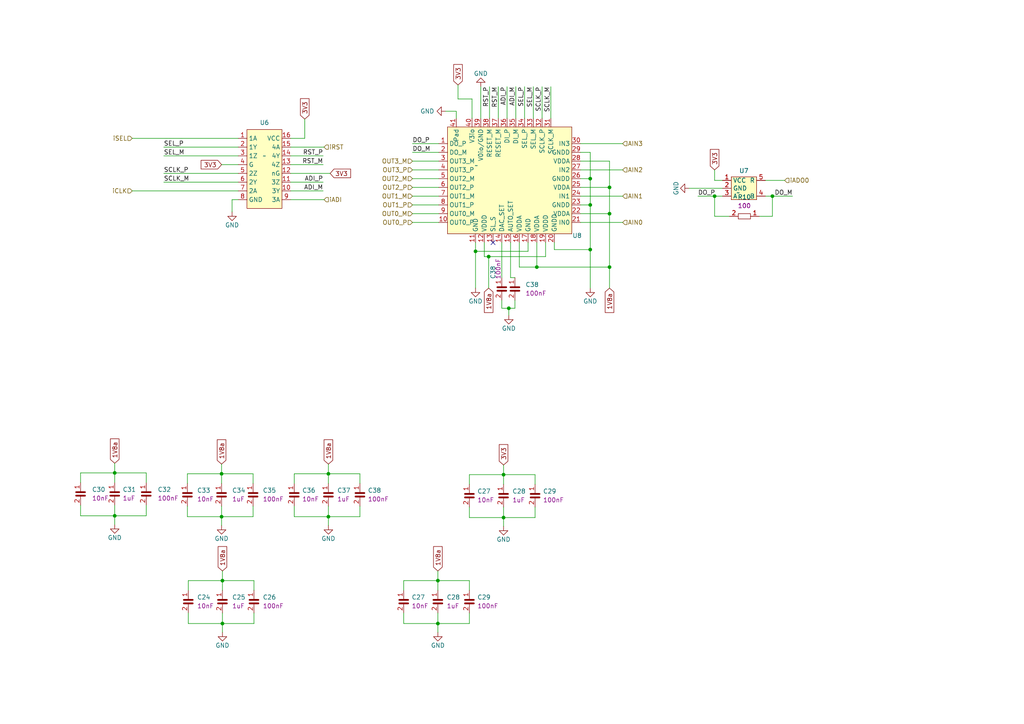
<source format=kicad_sch>
(kicad_sch (version 20230121) (generator eeschema)
  (paper "A4")
  (lib_symbols
    (symbol "Jojos_Lib:AWAGS"
      (property "Reference" "U" (at 29.21 -20.32 0))
      (symbol "AWAGS_1_1"
        (rectangle (start -8.382 11.176) (end 27.686 -19.812) (fill (type background)))
        (pin output line (at -10.922 6.35 0) (length 2.54) (name "DO_P") (number "1"))
        (pin output line (at -10.922 -16.51 0) (length 2.54) (name "OUT0_P") (number "10"))
        (pin power_in line (at -0.254 -22.352 90) (length 2.54) (name "GND") (number "11"))
        (pin power_in line (at 2.286 -22.352 90) (length 2.54) (name "VDDD") (number "12"))
        (pin passive line (at 4.826 -22.352 90) (length 2.54) (name "SL_S") (number "13"))
        (pin passive line (at 7.366 -22.352 90) (length 2.54) (name "DAC_SET") (number "14"))
        (pin passive line (at 9.906 -22.352 90) (length 2.54) (name "AUTO_SET") (number "15"))
        (pin power_in line (at 12.446 -22.352 90) (length 2.54) (name "VDDA") (number "16"))
        (pin power_in line (at 14.986 -22.352 90) (length 2.54) (name "GND") (number "17"))
        (pin power_in line (at 17.526 -22.352 90) (length 2.54) (name "VDDA") (number "18"))
        (pin power_in line (at 20.066 -22.352 90) (length 2.54) (name "VDDD") (number "19"))
        (pin output line (at -10.922 3.81 0) (length 2.54) (name "DO_M") (number "2"))
        (pin power_in line (at 22.606 -22.352 90) (length 2.54) (name "GNDD") (number "20"))
        (pin input line (at 30.226 -16.51 180) (length 2.54) (name "IN0") (number "21"))
        (pin power_in line (at 30.226 -13.97 180) (length 2.54) (name "VDDA") (number "22"))
        (pin power_in line (at 30.226 -11.43 180) (length 2.54) (name "GNDD") (number "23"))
        (pin input line (at 30.226 -8.89 180) (length 2.54) (name "IN1") (number "24"))
        (pin power_in line (at 30.226 -6.35 180) (length 2.54) (name "VDDA") (number "25"))
        (pin power_in line (at 30.226 -3.81 180) (length 2.54) (name "GNDD") (number "26"))
        (pin input line (at 30.226 -1.27 180) (length 2.54) (name "IN2") (number "27"))
        (pin power_in line (at 30.226 1.27 180) (length 2.54) (name "VDDA") (number "28"))
        (pin power_in line (at 30.226 3.81 180) (length 2.54) (name "GNDD") (number "29"))
        (pin output line (at -10.922 1.27 0) (length 2.54) (name "OUT3_M") (number "3"))
        (pin input line (at 30.226 6.35 180) (length 2.54) (name "IN3") (number "30"))
        (pin input line (at 21.59 13.716 270) (length 2.54) (name "SCLK_M") (number "31"))
        (pin input line (at 19.05 13.716 270) (length 2.54) (name "SCLK_P") (number "32"))
        (pin input line (at 16.51 13.716 270) (length 2.54) (name "SEL_M") (number "33"))
        (pin input line (at 13.97 13.716 270) (length 2.54) (name "SEL_P") (number "34"))
        (pin input line (at 11.43 13.716 270) (length 2.54) (name "DI_M") (number "35"))
        (pin input line (at 8.89 13.716 270) (length 2.54) (name "DI_P") (number "36"))
        (pin input line (at 6.35 13.716 270) (length 2.54) (name "RESET_M") (number "37"))
        (pin input line (at 3.81 13.716 270) (length 2.54) (name "RESET_M") (number "38"))
        (pin power_in line (at 1.27 13.716 270) (length 2.54) (name "V0io/GND") (number "39"))
        (pin output line (at -10.922 -1.27 0) (length 2.54) (name "OUT3_P") (number "4"))
        (pin power_in line (at -1.27 13.716 270) (length 2.54) (name "V3io") (number "40"))
        (pin passive line (at -5.842 13.716 270) (length 2.54) (name "Pad") (number "41"))
        (pin output line (at -10.922 -3.81 0) (length 2.54) (name "OUT2_M") (number "5"))
        (pin output line (at -10.922 -6.35 0) (length 2.54) (name "OUT2_P") (number "6"))
        (pin output line (at -10.922 -8.89 0) (length 2.54) (name "OUT1_M") (number "7"))
        (pin output line (at -10.922 -11.43 0) (length 2.54) (name "OUT1_P") (number "8"))
        (pin output line (at -10.922 -13.97 0) (length 2.54) (name "OUT0_M") (number "9"))
      )
    )
    (symbol "Jojos_Lib:C0402_100nF_50V" (pin_names (offset 1.016))
      (property "Reference" "C" (at -3.81 0 90))
      (property "Val" "100nF" (at 3.81 0 90))
      (symbol "C0402_100nF_50V_1_1"
        (polyline (pts (xy -1.27 -0.508) (xy 1.27 -0.508)) (stroke (width 0.508)))
        (polyline (pts (xy -1.27 0.508) (xy 1.27 0.508)) (stroke (width 0.508)))
        (pin passive line (at 0 3.302 270) (length 2.54) (name "~") (number "1"))
        (pin passive line (at 0 -3.302 90) (length 2.54) (name "~") (number "2"))
      )
    )
    (symbol "Jojos_Lib:C0402_10nF_16V" (pin_names (offset 1.016))
      (property "Reference" "C" (at -3.81 0 90))
      (property "Val" "10nF" (at 3.81 0 90))
      (symbol "C0402_10nF_16V_1_1"
        (polyline (pts (xy -1.27 -0.508) (xy 1.27 -0.508)) (stroke (width 0.508)))
        (polyline (pts (xy -1.27 0.508) (xy 1.27 0.508)) (stroke (width 0.508)))
        (pin passive line (at 0 3.302 270) (length 2.54) (name "~") (number "1"))
        (pin passive line (at 0 -3.302 90) (length 2.54) (name "~") (number "2"))
      )
    )
    (symbol "Jojos_Lib:C0402_1uF_6.3V" (pin_names (offset 1.016))
      (property "Reference" "C" (at -2.794 -0.254 90))
      (property "Val" "1uF" (at 3.048 -0.508 90))
      (symbol "C0402_1uF_6.3V_1_1"
        (polyline (pts (xy -1.27 -0.762) (xy 1.27 -0.762)) (stroke (width 0.508)))
        (polyline (pts (xy -1.27 0.254) (xy 1.27 0.254)) (stroke (width 0.508)))
        (pin passive line (at 0 3.048 270) (length 2.54) (name "~") (number "1"))
        (pin passive line (at 0 -3.556 90) (length 2.54) (name "~") (number "2"))
      )
    )
    (symbol "Jojos_Lib:R0402_100" (pin_names (offset 0.762))
      (property "Reference" "R" (at -0.635 2.54 0))
      (property "Val" "100" (at 0 -2.54 0))
      (symbol "R0402_100_0_1"
        (polyline (pts (xy -1.778 0.762) (xy 1.778 0.762) (xy 1.778 -0.762) (xy -1.778 -0.762) (xy -1.778 0.762)) (stroke (width 0.1524)))
      )
      (symbol "R0402_100_1_0"
        (pin passive line (at -4.318 0 0) (length 2.54) (name "~") (number "1"))
        (pin passive line (at 4.318 0 180) (length 2.54) (name "~") (number "2"))
      )
    )
    (symbol "Jojos_Lib:SN65LVDS2DBVR"
      (property "Reference" "U" (at 1.778 7.874 0))
      (symbol "SN65LVDS2DBVR_1_1"
        (rectangle (start -2.032 4.572) (end 5.334 -2.032) (fill (type background)))
        (pin power_in line (at -4.572 3.556 0) (length 2.54) (name "VCC") (number "1"))
        (pin power_in line (at -4.572 1.27 0) (length 2.54) (name "GND") (number "2"))
        (pin input line (at -4.572 -1.016 0) (length 2.54) (name "A") (number "3"))
        (pin input line (at 7.874 -1.016 180) (length 2.54) (name "B") (number "4"))
        (pin output line (at 7.874 3.556 180) (length 2.54) (name "R") (number "5"))
      )
    )
    (symbol "Jojos_Lib:SN65LVDS31PW"
      (property "Reference" "U" (at 0 0 0))
      (symbol "SN65LVDS31PW_1_1"
        (rectangle (start -5.08 7.62) (end 5.08 -15.24) (fill (type background)))
        (pin input line (at -7.62 5.08 0) (length 2.54) (name "1A") (number "1"))
        (pin output line (at 7.62 -10.16 180) (length 2.54) (name "3Y") (number "10"))
        (pin output line (at 7.62 -7.62 180) (length 2.54) (name "3Z") (number "11"))
        (pin input line (at 7.62 -5.08 180) (length 2.54) (name "nG") (number "12"))
        (pin output line (at 7.62 -2.54 180) (length 2.54) (name "4Z") (number "13"))
        (pin output line (at 7.62 0 180) (length 2.54) (name "4Y") (number "14"))
        (pin input line (at 7.62 2.54 180) (length 2.54) (name "4A") (number "15"))
        (pin power_in line (at 7.62 5.08 180) (length 2.54) (name "VCC") (number "16"))
        (pin output line (at -7.62 2.54 0) (length 2.54) (name "1Y") (number "2"))
        (pin output line (at -7.62 0 0) (length 2.54) (name "1Z") (number "3"))
        (pin input line (at -7.62 -2.54 0) (length 2.54) (name "G") (number "4"))
        (pin output line (at -7.62 -5.08 0) (length 2.54) (name "2Z") (number "5"))
        (pin output line (at -7.62 -7.62 0) (length 2.54) (name "2Y") (number "6"))
        (pin input line (at -7.62 -10.16 0) (length 2.54) (name "2A") (number "7"))
        (pin power_in line (at -7.62 -12.7 0) (length 2.54) (name "GND") (number "8"))
        (pin input line (at 7.62 -12.7 180) (length 2.54) (name "3A") (number "9"))
      )
    )
    (symbol "power:GND" (power) (pin_names (offset 0))
      (property "Value" "GND" (at 0 -3.81 0))
      (symbol "GND_0_1"
        (polyline (pts (xy 0 0) (xy 0 -1.27) (xy 1.27 -1.27) (xy 0 -2.54) (xy -1.27 -1.27) (xy 0 -1.27)))
      )
      (symbol "GND_1_1"
        (pin power_in line (at 0 0 270) (length 0) hide (name "GND") (number "1"))
      )
    )
  )
  (junction (at 171.196 72.39))
  (junction (at 127 168.402))
  (junction (at 176.784 77.47))
  (junction (at 64.262 149.86))
  (junction (at 137.922 72.898))
  (junction (at 33.274 137.16))
  (junction (at 141.732 74.422))
  (junction (at 207.264 56.896))
  (junction (at 127 180.848))
  (junction (at 64.516 180.848))
  (junction (at 171.196 59.436))
  (junction (at 176.784 54.356))
  (junction (at 95.25 149.86))
  (junction (at 176.784 61.976))
  (junction (at 155.702 77.47))
  (junction (at 146.05 137.668))
  (junction (at 224.028 56.896))
  (junction (at 95.25 137.414))
  (junction (at 64.262 137.414))
  (junction (at 171.196 51.816))
  (junction (at 147.574 89.408))
  (junction (at 146.05 150.114))
  (junction (at 64.516 168.402))
  (junction (at 33.274 149.606))
  (no_connect (at 143.002 70.358))
  (wire (pts (xy 119.634 51.816) (xy 127.254 51.816)))
  (wire (pts (xy 84.328 50.292) (xy 95.758 50.292)))
  (wire (pts (xy 149.606 34.29) (xy 149.606 25.146)))
  (wire (pts (xy 33.274 149.606) (xy 33.274 146.558)))
  (wire (pts (xy 127 180.848) (xy 127 177.8)))
  (wire (pts (xy 69.088 40.132) (xy 38.354 40.132)))
  (wire (pts (xy 137.922 72.898) (xy 137.922 70.358)))
  (wire (pts (xy 104.394 137.414) (xy 95.25 137.414)))
  (wire (pts (xy 153.162 72.898) (xy 137.922 72.898)))
  (wire (pts (xy 23.368 137.16) (xy 33.274 137.16)))
  (wire (pts (xy 23.368 146.558) (xy 23.368 149.606)))
  (wire (pts (xy 117.094 177.8) (xy 117.094 180.848)))
  (wire (pts (xy 119.634 61.976) (xy 127.254 61.976)))
  (wire (pts (xy 137.922 72.898) (xy 137.922 83.566)))
  (wire (pts (xy 207.264 56.896) (xy 209.55 56.896)))
  (wire (pts (xy 168.402 44.196) (xy 171.196 44.196)))
  (wire (pts (xy 176.784 77.47) (xy 176.784 83.566)))
  (wire (pts (xy 127 168.402) (xy 127 171.196)))
  (wire (pts (xy 64.516 168.402) (xy 64.516 171.196)))
  (wire (pts (xy 85.344 140.208) (xy 85.344 137.414)))
  (wire (pts (xy 33.274 137.16) (xy 33.274 139.954)))
  (wire (pts (xy 136.906 34.29) (xy 136.906 28.702)))
  (wire (pts (xy 54.356 137.414) (xy 64.262 137.414)))
  (wire (pts (xy 85.344 146.812) (xy 85.344 149.86)))
  (wire (pts (xy 64.262 47.752) (xy 69.088 47.752)))
  (wire (pts (xy 220.218 62.738) (xy 224.028 62.738)))
  (wire (pts (xy 141.732 74.422) (xy 141.732 83.566)))
  (wire (pts (xy 154.686 25.146) (xy 154.686 34.29)))
  (wire (pts (xy 64.262 134.62) (xy 64.262 137.414)))
  (wire (pts (xy 207.264 62.738) (xy 211.582 62.738)))
  (wire (pts (xy 202.438 56.896) (xy 207.264 56.896)))
  (wire (pts (xy 136.144 168.402) (xy 127 168.402)))
  (wire (pts (xy 146.05 150.114) (xy 146.05 152.654)))
  (wire (pts (xy 64.262 149.86) (xy 73.406 149.86)))
  (wire (pts (xy 144.526 25.146) (xy 144.526 34.29)))
  (wire (pts (xy 47.498 50.292) (xy 69.088 50.292)))
  (wire (pts (xy 95.25 149.86) (xy 104.394 149.86)))
  (wire (pts (xy 95.25 134.62) (xy 95.25 137.414)))
  (wire (pts (xy 158.242 70.358) (xy 158.242 74.422)))
  (wire (pts (xy 54.356 149.86) (xy 64.262 149.86)))
  (wire (pts (xy 84.328 47.752) (xy 93.726 47.752)))
  (wire (pts (xy 140.462 74.422) (xy 140.462 70.358)))
  (wire (pts (xy 129.286 32.258) (xy 132.334 32.258)))
  (wire (pts (xy 147.574 89.408) (xy 149.352 89.408)))
  (wire (pts (xy 207.264 49.276) (xy 207.264 52.324)))
  (wire (pts (xy 155.194 140.462) (xy 155.194 137.668)))
  (wire (pts (xy 47.498 45.212) (xy 69.088 45.212)))
  (wire (pts (xy 73.66 168.402) (xy 64.516 168.402)))
  (wire (pts (xy 67.31 57.912) (xy 67.31 61.468)))
  (wire (pts (xy 73.406 149.86) (xy 73.406 146.812)))
  (wire (pts (xy 119.634 59.436) (xy 127.254 59.436)))
  (wire (pts (xy 176.784 77.47) (xy 176.784 61.976)))
  (wire (pts (xy 54.356 140.208) (xy 54.356 137.414)))
  (wire (pts (xy 33.274 149.606) (xy 33.274 152.146)))
  (wire (pts (xy 146.05 150.114) (xy 155.194 150.114)))
  (wire (pts (xy 23.368 139.954) (xy 23.368 137.16)))
  (wire (pts (xy 69.088 57.912) (xy 67.31 57.912)))
  (wire (pts (xy 47.498 42.672) (xy 69.088 42.672)))
  (wire (pts (xy 84.328 40.132) (xy 88.392 40.132)))
  (wire (pts (xy 54.356 146.812) (xy 54.356 149.86)))
  (wire (pts (xy 54.61 171.196) (xy 54.61 168.402)))
  (wire (pts (xy 224.028 62.738) (xy 224.028 56.896)))
  (wire (pts (xy 155.194 150.114) (xy 155.194 147.066)))
  (wire (pts (xy 117.094 168.402) (xy 127 168.402)))
  (wire (pts (xy 159.766 25.146) (xy 159.766 34.29)))
  (wire (pts (xy 145.542 89.408) (xy 147.574 89.408)))
  (wire (pts (xy 141.732 74.422) (xy 158.242 74.422)))
  (wire (pts (xy 176.784 54.356) (xy 176.784 61.976)))
  (wire (pts (xy 93.98 42.672) (xy 84.328 42.672)))
  (wire (pts (xy 176.784 54.356) (xy 168.402 54.356)))
  (wire (pts (xy 84.328 55.372) (xy 93.726 55.372)))
  (wire (pts (xy 119.634 49.276) (xy 127.254 49.276)))
  (wire (pts (xy 119.634 54.356) (xy 127.254 54.356)))
  (wire (pts (xy 168.402 49.276) (xy 180.594 49.276)))
  (wire (pts (xy 136.144 171.196) (xy 136.144 168.402)))
  (wire (pts (xy 127 180.848) (xy 127 183.388)))
  (wire (pts (xy 38.354 55.372) (xy 69.088 55.372)))
  (wire (pts (xy 171.196 51.816) (xy 171.196 59.436)))
  (wire (pts (xy 221.996 52.324) (xy 227.584 52.324)))
  (wire (pts (xy 176.784 46.736) (xy 176.784 54.356)))
  (wire (pts (xy 54.61 180.848) (xy 64.516 180.848)))
  (wire (pts (xy 171.196 72.39) (xy 171.196 83.566)))
  (wire (pts (xy 95.25 149.86) (xy 95.25 152.4)))
  (wire (pts (xy 84.328 52.832) (xy 93.726 52.832)))
  (wire (pts (xy 146.05 137.668) (xy 146.05 140.462)))
  (wire (pts (xy 119.634 56.896) (xy 127.254 56.896)))
  (wire (pts (xy 207.264 56.896) (xy 207.264 62.738)))
  (wire (pts (xy 119.634 46.736) (xy 127.254 46.736)))
  (wire (pts (xy 73.406 140.208) (xy 73.406 137.414)))
  (wire (pts (xy 146.05 134.874) (xy 146.05 137.668)))
  (wire (pts (xy 132.842 24.638) (xy 132.842 28.702)))
  (wire (pts (xy 73.66 180.848) (xy 73.66 177.8)))
  (wire (pts (xy 136.144 180.848) (xy 136.144 177.8)))
  (wire (pts (xy 171.196 72.39) (xy 160.782 72.39)))
  (wire (pts (xy 127 165.608) (xy 127 168.402)))
  (wire (pts (xy 64.516 180.848) (xy 64.516 177.8)))
  (wire (pts (xy 168.402 56.896) (xy 180.594 56.896)))
  (wire (pts (xy 136.144 140.462) (xy 136.144 137.668)))
  (wire (pts (xy 95.25 137.414) (xy 95.25 140.208)))
  (wire (pts (xy 229.87 56.896) (xy 224.028 56.896)))
  (wire (pts (xy 199.898 54.61) (xy 209.55 54.61)))
  (wire (pts (xy 149.352 89.408) (xy 149.352 87.122)))
  (wire (pts (xy 117.094 180.848) (xy 127 180.848)))
  (wire (pts (xy 136.906 28.702) (xy 132.842 28.702)))
  (wire (pts (xy 148.082 70.358) (xy 148.082 80.518)))
  (wire (pts (xy 119.634 64.516) (xy 127.254 64.516)))
  (wire (pts (xy 147.066 25.146) (xy 147.066 34.29)))
  (wire (pts (xy 93.98 57.912) (xy 84.328 57.912)))
  (wire (pts (xy 141.986 34.29) (xy 141.986 25.146)))
  (wire (pts (xy 64.262 137.414) (xy 64.262 140.208)))
  (wire (pts (xy 224.028 56.896) (xy 221.996 56.896)))
  (wire (pts (xy 168.402 41.656) (xy 180.594 41.656)))
  (wire (pts (xy 119.634 41.656) (xy 127.254 41.656)))
  (wire (pts (xy 85.344 149.86) (xy 95.25 149.86)))
  (wire (pts (xy 132.334 34.29) (xy 132.334 32.258)))
  (wire (pts (xy 155.194 137.668) (xy 146.05 137.668)))
  (wire (pts (xy 42.418 149.606) (xy 42.418 146.558)))
  (wire (pts (xy 152.146 25.146) (xy 152.146 34.29)))
  (wire (pts (xy 64.516 180.848) (xy 64.516 183.388)))
  (wire (pts (xy 127 180.848) (xy 136.144 180.848)))
  (wire (pts (xy 139.446 25.146) (xy 139.446 34.29)))
  (wire (pts (xy 147.574 89.408) (xy 147.574 91.44)))
  (wire (pts (xy 168.402 64.516) (xy 180.594 64.516)))
  (wire (pts (xy 150.622 70.358) (xy 150.622 77.47)))
  (wire (pts (xy 73.66 171.196) (xy 73.66 168.402)))
  (wire (pts (xy 171.196 59.436) (xy 171.196 72.39)))
  (wire (pts (xy 136.144 150.114) (xy 146.05 150.114)))
  (wire (pts (xy 136.144 137.668) (xy 146.05 137.668)))
  (wire (pts (xy 155.702 77.47) (xy 176.784 77.47)))
  (wire (pts (xy 84.328 45.212) (xy 93.726 45.212)))
  (wire (pts (xy 54.61 177.8) (xy 54.61 180.848)))
  (wire (pts (xy 153.162 70.358) (xy 153.162 72.898)))
  (wire (pts (xy 168.402 59.436) (xy 171.196 59.436)))
  (wire (pts (xy 155.702 70.358) (xy 155.702 77.47)))
  (wire (pts (xy 104.394 140.208) (xy 104.394 137.414)))
  (wire (pts (xy 145.542 87.122) (xy 145.542 89.408)))
  (wire (pts (xy 64.516 165.608) (xy 64.516 168.402)))
  (wire (pts (xy 33.274 134.366) (xy 33.274 137.16)))
  (wire (pts (xy 64.262 149.86) (xy 64.262 146.812)))
  (wire (pts (xy 145.542 70.358) (xy 145.542 80.518)))
  (wire (pts (xy 104.394 149.86) (xy 104.394 146.812)))
  (wire (pts (xy 73.406 137.414) (xy 64.262 137.414)))
  (wire (pts (xy 23.368 149.606) (xy 33.274 149.606)))
  (wire (pts (xy 33.274 149.606) (xy 42.418 149.606)))
  (wire (pts (xy 47.498 52.832) (xy 69.088 52.832)))
  (wire (pts (xy 157.226 34.29) (xy 157.226 25.146)))
  (wire (pts (xy 160.782 72.39) (xy 160.782 70.358)))
  (wire (pts (xy 171.196 44.196) (xy 171.196 51.816)))
  (wire (pts (xy 85.344 137.414) (xy 95.25 137.414)))
  (wire (pts (xy 168.402 51.816) (xy 171.196 51.816)))
  (wire (pts (xy 117.094 171.196) (xy 117.094 168.402)))
  (wire (pts (xy 42.418 137.16) (xy 33.274 137.16)))
  (wire (pts (xy 119.634 44.196) (xy 127.254 44.196)))
  (wire (pts (xy 168.402 46.736) (xy 176.784 46.736)))
  (wire (pts (xy 150.622 77.47) (xy 155.702 77.47)))
  (wire (pts (xy 88.392 34.544) (xy 88.392 40.132)))
  (wire (pts (xy 64.262 149.86) (xy 64.262 152.4)))
  (wire (pts (xy 168.402 61.976) (xy 176.784 61.976)))
  (wire (pts (xy 54.61 168.402) (xy 64.516 168.402)))
  (wire (pts (xy 95.25 149.86) (xy 95.25 146.812)))
  (wire (pts (xy 148.082 80.518) (xy 149.352 80.518)))
  (wire (pts (xy 146.05 150.114) (xy 146.05 147.066)))
  (wire (pts (xy 42.418 139.954) (xy 42.418 137.16)))
  (wire (pts (xy 64.516 180.848) (xy 73.66 180.848)))
  (wire (pts (xy 141.732 74.422) (xy 140.462 74.422)))
  (wire (pts (xy 136.144 147.066) (xy 136.144 150.114)))
  (wire (pts (xy 207.264 52.324) (xy 209.55 52.324)))
  (label "SCLK_P" (at 47.498 50.292 0))
  (label "SEL_P" (at 47.498 42.672 0))
  (label "SEL_M" (at 154.686 25.146 270))
  (label "RST_M" (at 144.526 25.146 270))
  (label "SEL_P" (at 152.146 25.146 270))
  (label "DO_M" (at 229.87 56.896 180))
  (label "SCLK_M" (at 47.498 52.832 0))
  (label "RST_P" (at 141.986 25.146 270))
  (label "ADI_M" (at 149.606 25.146 270))
  (label "SCLK_M" (at 159.766 25.146 270))
  (label "ADI_P" (at 147.066 25.146 270))
  (label "RST_M" (at 93.726 47.752 180))
  (label "SCLK_P" (at 157.226 25.146 270))
  (label "ADI_M" (at 93.726 55.372 180))
  (label "DO_P" (at 119.634 41.656 0))
  (label "DO_P" (at 202.438 56.896 0))
  (label "ADI_P" (at 93.726 52.832 180))
  (label "DO_M" (at 119.634 44.196 0))
  (label "RST_P" (at 93.726 45.212 180))
  (label "SEL_M" (at 47.498 45.212 0))
  (global_label "1V8a" (shape input) (at 33.274 134.366 90) (property "Intersheetrefs" "${INTERSHEET_REFS}" (effects hide)))
  (global_label "3V3" (shape input) (at 132.842 24.638 90) (property "Intersheetrefs" "${INTERSHEET_REFS}" (effects hide)))
  (global_label "1V8a" (shape input) (at 64.262 134.62 90) (property "Intersheetrefs" "${INTERSHEET_REFS}" (effects hide)))
  (global_label "3V3" (shape input) (at 146.05 134.874 90) (property "Intersheetrefs" "${INTERSHEET_REFS}" (effects hide)))
  (global_label "1V8a" (shape input) (at 95.25 134.62 90) (property "Intersheetrefs" "${INTERSHEET_REFS}" (effects hide)))
  (global_label "3V3" (shape input) (at 64.262 47.752 180) (property "Intersheetrefs" "${INTERSHEET_REFS}" (effects hide)))
  (global_label "3V3" (shape input) (at 88.392 34.544 90) (property "Intersheetrefs" "${INTERSHEET_REFS}" (effects hide)))
  (global_label "3V3" (shape input) (at 95.758 50.292 0) (property "Intersheetrefs" "${INTERSHEET_REFS}" (effects hide)))
  (global_label "1V8a" (shape input) (at 64.516 165.608 90) (property "Intersheetrefs" "${INTERSHEET_REFS}" (effects hide)))
  (global_label "1V8a" (shape input) (at 141.732 83.566 270) (property "Intersheetrefs" "${INTERSHEET_REFS}" (effects hide)))
  (global_label "1V8a" (shape input) (at 176.784 83.566 270) (property "Intersheetrefs" "${INTERSHEET_REFS}" (effects hide)))
  (global_label "1V8a" (shape input) (at 127 165.608 90) (property "Intersheetrefs" "${INTERSHEET_REFS}" (effects hide)))
  (global_label "3V3" (shape input) (at 207.264 49.276 90) (property "Intersheetrefs" "${INTERSHEET_REFS}" (effects hide)))
  (hierarchical_label "AIN2" (shape input) (at 180.594 49.276 0))
  (hierarchical_label "OUT1_P" (shape input) (at 119.634 59.436 180))
  (hierarchical_label "iSEL" (shape input) (at 38.354 40.132 180))
  (hierarchical_label "OUT2_P" (shape input) (at 119.634 54.356 180))
  (hierarchical_label "OUT3_P" (shape input) (at 119.634 49.276 180))
  (hierarchical_label "AIN3" (shape input) (at 180.594 41.656 0))
  (hierarchical_label "iADI" (shape input) (at 93.98 57.912 0))
  (hierarchical_label "OUT1_M" (shape input) (at 119.634 56.896 180))
  (hierarchical_label "AIN1" (shape input) (at 180.594 56.896 0))
  (hierarchical_label "OUT0_P" (shape input) (at 119.634 64.516 180))
  (hierarchical_label "OUT2_M" (shape input) (at 119.634 51.816 180))
  (hierarchical_label "iCLK" (shape input) (at 38.354 55.372 180))
  (hierarchical_label "OUT0_M" (shape input) (at 119.634 61.976 180))
  (hierarchical_label "iRST" (shape input) (at 93.98 42.672 0))
  (hierarchical_label "OUT3_M" (shape input) (at 119.634 46.736 180))
  (hierarchical_label "iADO0" (shape input) (at 227.584 52.324 0))
  (hierarchical_label "AIN0" (shape input) (at 180.594 64.516 0))
  (symbol (lib_id "power:GND") (at 129.286 32.258 270) (unit 1)
    (property "Reference" "#PWR022" (effects hide))
    (property "Value" "GND" (at 125.984 32.258 90) (effects (justify right)))
    (instances (project "CMEX" (path "" (reference "#PWR022") (unit 1)) (path "" (reference "#PWR058") (unit 1))))
  )
  (symbol (lib_id "power:GND") (at 171.196 83.566 0) (unit 1)
    (property "Reference" "#PWR023" (effects hide))
    (property "Value" "GND" (at 171.196 87.376 0))
    (instances (project "CMEX" (path "" (reference "#PWR023") (unit 1)) (path "" (reference "#PWR048") (unit 1))))
  )
  (symbol (lib_id "Jojos_Lib:C0402_100nF_50V") (at 104.394 143.51 0) (unit 1)
    (property "Reference" "C38" (at 106.68 142.24 0) (effects (justify left)))
    (property "Value" "C0402_100nF_50V" (effects hide))
    (property "Footprint" "Capacitor_SMD:C_0402_1005Metric" (effects hide))
    (property "Mouser Part Number" "581-04025C104KAT4A" (effects hide))
    (property "Place" "Yes" (effects hide))
    (property "Val" "100nF" (at 106.68 144.78 0) (effects (justify left)))
    (instances (project "CMEX" (path "" (reference "C38") (unit 1)) (path "" (reference "C51") (unit 1))))
  )
  (symbol (lib_id "Jojos_Lib:C0402_1uF_6.3V") (at 95.25 143.256 0) (unit 1)
    (property "Reference" "C37" (at 97.79 142.24 0) (effects (justify left)))
    (property "Value" "C0402_1uF_6.3V" (effects hide))
    (property "Footprint" "Capacitor_SMD:C_0402_1005Metric" (effects hide))
    (property "Mouser Part Number" "80-C0402C105M9PAC" (effects hide))
    (property "Place" "Yes" (effects hide))
    (property "Val" "1uF" (at 97.79 144.78 0) (effects (justify left)))
    (instances (project "CMEX" (path "" (reference "C37") (unit 1)) (path "" (reference "C49") (unit 1))))
  )
  (symbol (lib_id "Jojos_Lib:SN65LVDS31PW") (at 76.708 45.212 0) (unit 1)
    (property "Reference" "U6" (at 76.708 35.56 0))
    (property "Value" "~" (at 76.708 45.212 0))
    (property "Footprint" "Package_SO:SSOP-16_4.4x5.2mm_P0.65mm" (effects hide))
    (property "Mouser Part Number" "595-SN65LVDS31PW " (effects hide))
    (property "Place" "yes" (effects hide))
  )
  (symbol (lib_id "Jojos_Lib:C0402_100nF_50V") (at 73.406 143.51 0) (unit 1)
    (property "Reference" "C35" (at 76.2 142.24 0) (effects (justify left)))
    (property "Value" "C0402_100nF_50V" (effects hide))
    (property "Footprint" "Capacitor_SMD:C_0402_1005Metric" (effects hide))
    (property "Mouser Part Number" "581-04025C104KAT4A" (effects hide))
    (property "Place" "Yes" (effects hide))
    (property "Val" "100nF" (at 76.2 144.78 0) (effects (justify left)))
    (instances (project "CMEX" (path "" (reference "C35") (unit 1)) (path "" (reference "C45") (unit 1))))
  )
  (symbol (lib_id "Jojos_Lib:C0402_1uF_6.3V") (at 33.274 143.002 0) (unit 1)
    (property "Reference" "C31" (at 35.56 141.986 0) (effects (justify left)))
    (property "Value" "C0402_1uF_6.3V" (effects hide))
    (property "Footprint" "Capacitor_SMD:C_0402_1005Metric" (effects hide))
    (property "Mouser Part Number" "80-C0402C105M9PAC" (effects hide))
    (property "Place" "Yes" (effects hide))
    (property "Val" "1uF" (at 35.56 144.526 0) (effects (justify left)))
    (instances (project "CMEX" (path "" (reference "C31") (unit 1)) (path "" (reference "C37") (unit 1))))
  )
  (symbol (lib_id "Jojos_Lib:C0402_100nF_50V") (at 136.144 174.498 0) (unit 1)
    (property "Reference" "C29" (at 138.43 173.228 0) (effects (justify left)))
    (property "Value" "C0402_100nF_50V" (effects hide))
    (property "Footprint" "Capacitor_SMD:C_0402_1005Metric" (effects hide))
    (property "Mouser Part Number" "581-04025C104KAT4A" (effects hide))
    (property "Place" "Yes" (effects hide))
    (property "Val" "100nF" (at 138.43 175.768 0) (effects (justify left)))
    (instances (project "CMEX" (path "" (reference "C29") (unit 1)) (path "" (reference "C56") (unit 1))))
  )
  (symbol (lib_id "Jojos_Lib:C0402_10nF_16V") (at 85.344 143.51 0) (unit 1)
    (property "Reference" "C36" (at 87.63 142.24 0) (effects (justify left)))
    (property "Value" "C0402_10nF_16V" (effects hide))
    (property "Footprint" "Capacitor_SMD:C_0402_1005Metric" (effects hide))
    (property "Mouser Part Number" "80-C0402C103K4RECAUT" (effects hide))
    (property "Place" "Yes" (effects hide))
    (property "Val" "10nF" (at 87.63 144.78 0) (effects (justify left)))
    (instances (project "CMEX" (path "" (reference "C36") (unit 1)) (path "" (reference "C47") (unit 1))))
  )
  (symbol (lib_id "Jojos_Lib:C0402_100nF_50V") (at 149.352 83.82 0) (unit 1)
    (property "Reference" "C38" (at 152.4 82.55 0) (effects (justify left)))
    (property "Value" "C0402_100nF_50V" (effects hide))
    (property "Footprint" "Capacitor_SMD:C_0402_1005Metric" (effects hide))
    (property "Mouser Part Number" "581-04025C104KAT4A" (effects hide))
    (property "Place" "Yes" (effects hide))
    (property "Val" "100nF" (at 152.4 85.09 0) (effects (justify left)))
    (instances (project "CMEX" (path "" (reference "C38") (unit 1)) (path "" (reference "C59") (unit 1))))
  )
  (symbol (lib_id "Jojos_Lib:C0402_100nF_50V") (at 155.194 143.764 0) (unit 1)
    (property "Reference" "C29" (at 157.48 142.494 0) (effects (justify left)))
    (property "Value" "C0402_100nF_50V" (effects hide))
    (property "Footprint" "Capacitor_SMD:C_0402_1005Metric" (effects hide))
    (property "Mouser Part Number" "581-04025C104KAT4A" (effects hide))
    (property "Place" "Yes" (effects hide))
    (property "Val" "100nF" (at 157.48 145.034 0) (effects (justify left)))
    (instances (project "CMEX" (path "" (reference "C29") (unit 1)) (path "" (reference "C60") (unit 1))))
  )
  (symbol (lib_id "power:GND") (at 64.262 152.4 0) (unit 1)
    (property "Reference" "#PWR033" (effects hide))
    (property "Value" "GND" (at 64.262 156.21 0))
    (instances (project "CMEX" (path "" (reference "#PWR033") (unit 1)) (path "" (reference "#PWR038") (unit 1))))
  )
  (symbol (lib_id "power:GND") (at 147.574 91.44 0) (unit 1)
    (property "Reference" "#PWR023" (effects hide))
    (property "Value" "GND" (at 147.574 95.25 0))
    (instances (project "CMEX" (path "" (reference "#PWR023") (unit 1)) (path "" (reference "#PWR047") (unit 1))))
  )
  (symbol (lib_id "Jojos_Lib:C0402_100nF_50V") (at 42.418 143.256 0) (unit 1)
    (property "Reference" "C32" (at 45.72 141.986 0) (effects (justify left)))
    (property "Value" "C0402_100nF_50V" (effects hide))
    (property "Footprint" "Capacitor_SMD:C_0402_1005Metric" (effects hide))
    (property "Mouser Part Number" "581-04025C104KAT4A" (effects hide))
    (property "Place" "Yes" (effects hide))
    (property "Val" "100nF" (at 45.72 144.526 0) (effects (justify left)))
    (instances (project "CMEX" (path "" (reference "C32") (unit 1)) (path "" (reference "C39") (unit 1))))
  )
  (symbol (lib_id "Jojos_Lib:C0402_10nF_16V") (at 54.356 143.51 0) (unit 1)
    (property "Reference" "C33" (at 57.15 142.24 0) (effects (justify left)))
    (property "Value" "C0402_10nF_16V" (effects hide))
    (property "Footprint" "Capacitor_SMD:C_0402_1005Metric" (effects hide))
    (property "Mouser Part Number" "80-C0402C103K4RECAUT" (effects hide))
    (property "Place" "Yes" (effects hide))
    (property "Val" "10nF" (at 57.15 144.78 0) (effects (justify left)))
    (instances (project "CMEX" (path "" (reference "C33") (unit 1)) (path "" (reference "C41") (unit 1))))
  )
  (symbol (lib_id "power:GND") (at 33.274 152.146 0) (unit 1)
    (property "Reference" "#PWR031" (effects hide))
    (property "Value" "GND" (at 33.274 155.956 0))
    (instances (project "CMEX" (path "" (reference "#PWR031") (unit 1)) (path "" (reference "#PWR036") (unit 1))))
  )
  (symbol (lib_id "Jojos_Lib:C0402_1uF_6.3V") (at 64.262 143.256 0) (unit 1)
    (property "Reference" "C34" (at 67.31 142.24 0) (effects (justify left)))
    (property "Value" "C0402_1uF_6.3V" (effects hide))
    (property "Footprint" "Capacitor_SMD:C_0402_1005Metric" (effects hide))
    (property "Mouser Part Number" "80-C0402C105M9PAC" (effects hide))
    (property "Place" "Yes" (effects hide))
    (property "Val" "1uF" (at 67.31 144.78 0) (effects (justify left)))
    (instances (project "CMEX" (path "" (reference "C34") (unit 1)) (path "" (reference "C43") (unit 1))))
  )
  (symbol (lib_id "Jojos_Lib:C0402_10nF_16V") (at 136.144 143.764 0) (unit 1)
    (property "Reference" "C27" (at 138.43 142.494 0) (effects (justify left)))
    (property "Value" "C0402_10nF_16V" (effects hide))
    (property "Footprint" "Capacitor_SMD:C_0402_1005Metric" (effects hide))
    (property "Mouser Part Number" "80-C0402C103K4RECAUT" (effects hide))
    (property "Place" "Yes" (effects hide))
    (property "Val" "10nF" (at 138.43 145.034 0) (effects (justify left)))
    (instances (project "CMEX" (path "" (reference "C27") (unit 1)) (path "" (reference "C55") (unit 1))))
  )
  (symbol (lib_id "Jojos_Lib:C0402_1uF_6.3V") (at 127 174.244 0) (unit 1)
    (property "Reference" "C28" (at 129.54 173.228 0) (effects (justify left)))
    (property "Value" "C0402_1uF_6.3V" (effects hide))
    (property "Footprint" "Capacitor_SMD:C_0402_1005Metric" (effects hide))
    (property "Mouser Part Number" "80-C0402C105M9PAC" (effects hide))
    (property "Place" "Yes" (effects hide))
    (property "Val" "1uF" (at 129.54 175.768 0) (effects (justify left)))
    (instances (project "CMEX" (path "" (reference "C28") (unit 1)) (path "" (reference "C54") (unit 1))))
  )
  (symbol (lib_id "Jojos_Lib:C0402_10nF_16V") (at 23.368 143.256 0) (unit 1)
    (property "Reference" "C30" (at 26.67 141.986 0) (effects (justify left)))
    (property "Value" "C0402_10nF_16V" (effects hide))
    (property "Footprint" "Capacitor_SMD:C_0402_1005Metric" (effects hide))
    (property "Mouser Part Number" "80-C0402C103K4RECAUT" (effects hide))
    (property "Place" "Yes" (effects hide))
    (property "Val" "10nF" (at 26.67 144.526 0) (effects (justify left)))
    (instances (project "CMEX" (path "" (reference "C30") (unit 1)) (path "" (reference "C35") (unit 1))))
  )
  (symbol (lib_id "power:GND") (at 137.922 83.566 0) (unit 1)
    (property "Reference" "#PWR023" (effects hide))
    (property "Value" "GND" (at 137.922 87.376 0))
    (instances (project "CMEX" (path "" (reference "#PWR023") (unit 1)) (path "" (reference "#PWR044") (unit 1))))
  )
  (symbol (lib_id "power:GND") (at 95.25 152.4 0) (unit 1)
    (property "Reference" "#PWR035" (effects hide))
    (property "Value" "GND" (at 95.25 156.21 0))
    (instances (project "CMEX" (path "" (reference "#PWR035") (unit 1)) (path "" (reference "#PWR041") (unit 1))))
  )
  (symbol (lib_id "Jojos_Lib:AWAGS") (at 138.176 48.006 0) (unit 1)
    (property "Reference" "U8" (at 167.386 68.326 0))
    (property "Value" "~" (at 138.176 48.006 0))
    (property "Footprint" "Package_DFN_QFN:HVQFN-40-1EP_6x6mm_P0.5mm_EP4.1x4.1mm" (effects hide))
    (instances (project "CMEX" (path "" (reference "U8") (unit 1)) (path "" (reference "U7") (unit 1))))
  )
  (symbol (lib_id "Jojos_Lib:C0402_1uF_6.3V") (at 146.05 143.51 0) (unit 1)
    (property "Reference" "C28" (at 148.59 142.494 0) (effects (justify left)))
    (property "Value" "C0402_1uF_6.3V" (effects hide))
    (property "Footprint" "Capacitor_SMD:C_0402_1005Metric" (effects hide))
    (property "Mouser Part Number" "80-C0402C105M9PAC" (effects hide))
    (property "Place" "Yes" (effects hide))
    (property "Val" "1uF" (at 148.59 145.034 0) (effects (justify left)))
    (instances (project "CMEX" (path "" (reference "C28") (unit 1)) (path "" (reference "C58") (unit 1))))
  )
  (symbol (lib_id "Jojos_Lib:C0402_100nF_50V") (at 145.542 83.82 0) (unit 1)
    (property "Reference" "C38" (at 143.002 78.994 90))
    (property "Value" "C0402_100nF_50V" (effects hide))
    (property "Footprint" "Capacitor_SMD:C_0402_1005Metric" (effects hide))
    (property "Mouser Part Number" "581-04025C104KAT4A" (effects hide))
    (property "Place" "Yes" (effects hide))
    (property "Val" "100nF" (at 144.526 77.978 90))
    (instances (project "CMEX" (path "" (reference "C38") (unit 1)) (path "" (reference "C57") (unit 1))))
  )
  (symbol (lib_id "power:GND") (at 199.898 54.61 270) (unit 1)
    (property "Reference" "#PWR023" (effects hide))
    (property "Value" "GND" (at 196.088 54.61 0))
    (instances (project "CMEX" (path "" (reference "#PWR023") (unit 1)) (path "" (reference "#PWR049") (unit 1))))
  )
  (symbol (lib_id "Jojos_Lib:SN65LVDS2DBVR") (at 214.122 55.88 0) (unit 1)
    (property "Reference" "U7" (at 215.773 49.53 0))
    (property "Value" "~" (at 214.122 55.88 0))
    (property "Footprint" "Package_TO_SOT_SMD:SOT-23-5" (effects hide))
    (property "Mouser Part Number" "595-SN65LVDS2DBVR" (effects hide))
    (property "Place" "yes" (effects hide))
    (instances (project "CMEX" (path "" (reference "U7") (unit 1)) (path "" (reference "U8") (unit 1))))
  )
  (symbol (lib_id "Jojos_Lib:C0402_10nF_16V") (at 117.094 174.498 0) (unit 1)
    (property "Reference" "C27" (at 119.38 173.228 0) (effects (justify left)))
    (property "Value" "C0402_10nF_16V" (effects hide))
    (property "Footprint" "Capacitor_SMD:C_0402_1005Metric" (effects hide))
    (property "Mouser Part Number" "80-C0402C103K4RECAUT" (effects hide))
    (property "Place" "Yes" (effects hide))
    (property "Val" "10nF" (at 119.38 175.768 0) (effects (justify left)))
    (instances (project "CMEX" (path "" (reference "C27") (unit 1)) (path "" (reference "C53") (unit 1))))
  )
  (symbol (lib_id "Jojos_Lib:C0402_10nF_16V") (at 54.61 174.498 0) (unit 1)
    (property "Reference" "C24" (at 57.15 173.228 0) (effects (justify left)))
    (property "Value" "C0402_10nF_16V" (effects hide))
    (property "Footprint" "Capacitor_SMD:C_0402_1005Metric" (effects hide))
    (property "Mouser Part Number" "80-C0402C103K4RECAUT" (effects hide))
    (property "Place" "Yes" (effects hide))
    (property "Val" "10nF" (at 57.15 175.768 0) (effects (justify left)))
    (instances (project "CMEX" (path "" (reference "C24") (unit 1)) (path "" (reference "C42") (unit 1))))
  )
  (symbol (lib_id "power:GND") (at 146.05 152.654 0) (unit 1)
    (property "Reference" "#PWR029" (effects hide))
    (property "Value" "GND" (at 146.05 156.464 0))
    (instances (project "CMEX" (path "" (reference "#PWR029") (unit 1)) (path "" (reference "#PWR046") (unit 1))))
  )
  (symbol (lib_id "Jojos_Lib:C0402_100nF_50V") (at 73.66 174.498 0) (unit 1)
    (property "Reference" "C26" (at 76.2 173.228 0) (effects (justify left)))
    (property "Value" "C0402_100nF_50V" (effects hide))
    (property "Footprint" "Capacitor_SMD:C_0402_1005Metric" (effects hide))
    (property "Mouser Part Number" "581-04025C104KAT4A" (effects hide))
    (property "Place" "Yes" (effects hide))
    (property "Val" "100nF" (at 76.2 175.768 0) (effects (justify left)))
    (instances (project "CMEX" (path "" (reference "C26") (unit 1)) (path "" (reference "C46") (unit 1))))
  )
  (symbol (lib_id "power:GND") (at 67.31 61.468 0) (unit 1)
    (property "Reference" "#PWR023" (effects hide))
    (property "Value" "GND" (at 67.31 65.278 0))
    (instances (project "CMEX" (path "" (reference "#PWR023") (unit 1)) (path "" (reference "#PWR040") (unit 1))))
  )
  (symbol (lib_id "power:GND") (at 127 183.388 0) (unit 1)
    (property "Reference" "#PWR029" (effects hide))
    (property "Value" "GND" (at 127 187.198 0))
    (instances (project "CMEX" (path "" (reference "#PWR029") (unit 1)) (path "" (reference "#PWR043") (unit 1))))
  )
  (symbol (lib_id "Jojos_Lib:R0402_100") (at 215.9 62.738 180) (unit 1)
    (property "Reference" "R10" (at 215.9 57.15 0))
    (property "Value" "R0402_100" (effects hide))
    (property "Footprint" "Resistor_SMD:R_0402_1005Metric" (effects hide))
    (property "Description" "Res 0402 100 1%" (effects hide))
    (property "Height" "0.55" (effects hide))
    (property "Mouser Part Number" "71-CRCW0402100RFKEDC" (effects hide))
    (property "Manufacturer_Part_Number" "CRCW0402100RFKEDC" (effects hide))
    (property "Val" "100" (at 215.9 59.69 0))
    (instances (project "CMEX" (path "" (reference "R10") (unit 1)) (path "" (reference "R13") (unit 1))))
  )
  (symbol (lib_id "power:GND") (at 139.446 25.146 180) (unit 1)
    (property "Reference" "#PWR022" (effects hide))
    (property "Value" "GND" (at 139.446 21.336 0))
    (instances (project "CMEX" (path "" (reference "#PWR022") (unit 1)) (path "" (reference "#PWR045") (unit 1))))
  )
  (symbol (lib_id "power:GND") (at 64.516 183.388 0) (unit 1)
    (property "Reference" "#PWR027" (effects hide))
    (property "Value" "GND" (at 64.516 187.198 0))
    (instances (project "CMEX" (path "" (reference "#PWR027") (unit 1)) (path "" (reference "#PWR039") (unit 1))))
  )
  (symbol (lib_id "Jojos_Lib:C0402_1uF_6.3V") (at 64.516 174.244 0) (unit 1)
    (property "Reference" "C25" (at 67.31 173.228 0) (effects (justify left)))
    (property "Value" "C0402_1uF_6.3V" (effects hide))
    (property "Footprint" "Capacitor_SMD:C_0402_1005Metric" (effects hide))
    (property "Mouser Part Number" "80-C0402C105M9PAC" (effects hide))
    (property "Place" "Yes" (effects hide))
    (property "Val" "1uF" (at 67.31 175.768 0) (effects (justify left)))
    (instances (project "CMEX" (path "" (reference "C25") (unit 1)) (path "" (reference "C44") (unit 1))))
  )
)
</source>
